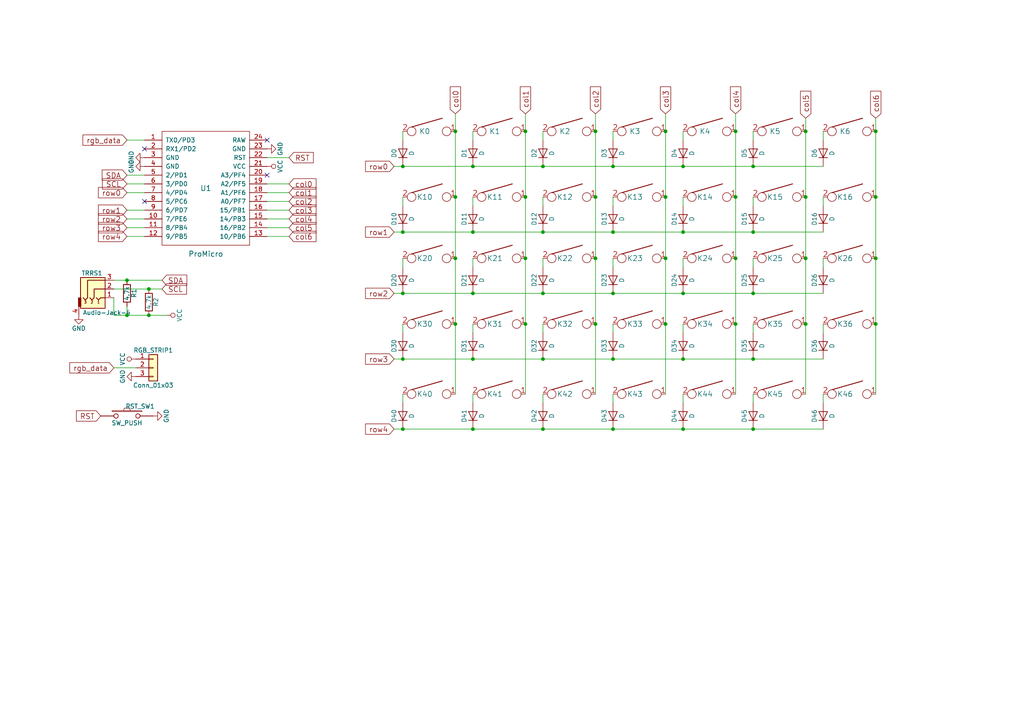
<source format=kicad_sch>
(kicad_sch (version 20211123) (generator eeschema)
  (paper "A4")
  (title_block (title "Redox keyboard") (date "2018-05-05") (rev "1.0") (comment 1 "designed by Mattia Dal Ben") (comment 2 "https://github.com/mattdibi/redox-keyboard"))
  (lib_symbols
    (symbol "redox_rev1-rescue:Audio-Jack-4" (pin_names (offset 1.016))
      (property "Reference" "J" (at -1.27 2.032 0))
      (property "Value" "Audio-Jack-4" (at 3.048 -9.398 0))
      (symbol "Audio-Jack-4_0_0"
        (rectangle (start -4.572 -8.128) (end 2.54 0.762) (stroke (width 0.254)) (fill (type background)))
        (text "1" (at 0.635 -6.35 0) (effects (font (size 0.762 0.762))))
        (text "2" (at -1.27 -6.35 0) (effects (font (size 0.762 0.762))))
        (text "3" (at -3.175 -6.35 0) (effects (font (size 0.762 0.762))))
      )
      (symbol "Audio-Jack-4_0_1"
        (rectangle (start -4.445 -7.62) (end -5.207 -5.08) (fill (type outline)))
        (polyline (pts (xy 0 -5.08) (xy 0.635 -5.715) (xy 1.27 -5.08) (xy 2.54 -5.08)) (stroke (width 0.254)))
        (polyline (pts (xy -1.905 -5.08) (xy -1.27 -5.715) (xy -0.635 -5.08) (xy -0.635 -2.54) (xy 2.54 -2.54)) (stroke (width 0.254)))
        (polyline (pts (xy 2.54 0) (xy -2.54 0) (xy -2.54 -5.08) (xy -3.175 -5.715) (xy -3.81 -5.08)) (stroke (width 0.254)))
      )
      (symbol "Audio-Jack-4_1_1"
        (pin passive line (at 5.08 -5.08 180) (length 2.54) (name "~") (number "1"))
        (pin passive line (at 5.08 -2.54 180) (length 2.54) (name "~") (number "2"))
        (pin passive line (at 5.08 0 180) (length 2.54) (name "~") (number "3"))
        (pin passive line (at -5.08 -10.16 90) (length 2.54) (name "~") (number "4"))
      )
    )
    (symbol "redox_rev1-rescue:Conn_01x03" (pin_names (offset 1.016) hide)
      (property "Reference" "J" (at 0 5.08 0))
      (property "Value" "Conn_01x03" (at 0 -5.08 0))
      (symbol "Conn_01x03_1_1"
        (rectangle (start -1.27 -2.413) (end 0 -2.667) (stroke (width 0.1524)))
        (rectangle (start -1.27 0.127) (end 0 -0.127) (stroke (width 0.1524)))
        (rectangle (start -1.27 2.667) (end 0 2.413) (stroke (width 0.1524)))
        (rectangle (start -1.27 3.81) (end 1.27 -3.81) (stroke (width 0.254)) (fill (type background)))
        (pin passive line (at -5.08 2.54 0) (length 3.81) (name "Pin_1") (number "1"))
        (pin passive line (at -5.08 0 0) (length 3.81) (name "Pin_2") (number "2"))
        (pin passive line (at -5.08 -2.54 0) (length 3.81) (name "Pin_3") (number "3"))
      )
    )
    (symbol "redox_rev1-rescue:D" (pin_numbers hide) (pin_names (offset 1.016) hide)
      (property "Reference" "D" (at 0 2.54 0))
      (property "Value" "D" (at 0 -2.54 0))
      (symbol "D_0_1"
        (polyline (pts (xy -1.27 1.27) (xy -1.27 -1.27)) (stroke (width 0.2032)))
        (polyline (pts (xy 1.27 0) (xy -1.27 0)))
        (polyline (pts (xy 1.27 1.27) (xy 1.27 -1.27) (xy -1.27 0) (xy 1.27 1.27)) (stroke (width 0.2032)))
      )
      (symbol "D_1_1"
        (pin passive line (at -3.81 0 0) (length 2.54) (name "K") (number "1"))
        (pin passive line (at 3.81 0 180) (length 2.54) (name "A") (number "2"))
      )
    )
    (symbol "redox_rev1-rescue:GND" (power) (pin_names (offset 0))
      (property "Value" "GND" (at 0 -3.81 0))
      (symbol "GND_0_1"
        (polyline (pts (xy 0 0) (xy 0 -1.27) (xy 1.27 -1.27) (xy 0 -2.54) (xy -1.27 -1.27) (xy 0 -1.27)))
      )
      (symbol "GND_1_1"
        (pin power_in line (at 0 0 270) (length 0) hide (name "GND") (number "1"))
      )
    )
    (symbol "redox_rev1-rescue:KEYSW" (pin_names (offset 1.016))
      (property "Reference" "K?" (at -1.27 0 0))
      (symbol "KEYSW_0_1"
        (circle (center -5.08 0) (radius 1.27))
        (polyline (pts (xy -5.08 1.27) (xy 3.81 3.81)) (stroke (width 0.254)))
        (circle (center 5.08 0) (radius 1.27))
      )
      (symbol "KEYSW_1_1"
        (pin passive line (at 7.62 0 180) (length 1.27) (name "~") (number "1"))
        (pin passive line (at -7.62 0 0) (length 1.27) (name "~") (number "2"))
      )
    )
    (symbol "redox_rev1-rescue:ProMicro" (pin_names (offset 1.016))
      (property "Reference" "U" (at 0 0 0))
      (property "Value" "ProMicro" (at 0 -19.05 0))
      (symbol "ProMicro_0_1"
        (rectangle (start -12.7 -16.51) (end 12.7 16.51))
      )
      (symbol "ProMicro_1_1"
        (pin input line (at -17.78 13.97 0) (length 5.08) (name "TX0/PD3") (number "1"))
        (pin input line (at -17.78 -8.89 0) (length 5.08) (name "7/PE6") (number "10"))
        (pin input line (at -17.78 -11.43 0) (length 5.08) (name "8/PB4") (number "11"))
        (pin input line (at -17.78 -13.97 0) (length 5.08) (name "9/PB5") (number "12"))
        (pin input line (at 17.78 -13.97 180) (length 5.08) (name "10/PB6") (number "13"))
        (pin input line (at 17.78 -11.43 180) (length 5.08) (name "16/PB2") (number "14"))
        (pin input line (at 17.78 -8.89 180) (length 5.08) (name "14/PB3") (number "15"))
        (pin input line (at 17.78 -6.35 180) (length 5.08) (name "15/PB1") (number "16"))
        (pin input line (at 17.78 -3.81 180) (length 5.08) (name "A0/PF7") (number "17"))
        (pin input line (at 17.78 -1.27 180) (length 5.08) (name "A1/PF6") (number "18"))
        (pin input line (at 17.78 1.27 180) (length 5.08) (name "A2/PF5") (number "19"))
        (pin input line (at -17.78 11.43 0) (length 5.08) (name "RX1/PD2") (number "2"))
        (pin input line (at 17.78 3.81 180) (length 5.08) (name "A3/PF4") (number "20"))
        (pin input line (at 17.78 6.35 180) (length 5.08) (name "VCC") (number "21"))
        (pin input line (at 17.78 8.89 180) (length 5.08) (name "RST") (number "22"))
        (pin input line (at 17.78 11.43 180) (length 5.08) (name "GND") (number "23"))
        (pin input line (at 17.78 13.97 180) (length 5.08) (name "RAW") (number "24"))
        (pin input line (at -17.78 8.89 0) (length 5.08) (name "GND") (number "3"))
        (pin input line (at -17.78 6.35 0) (length 5.08) (name "GND") (number "4"))
        (pin input line (at -17.78 3.81 0) (length 5.08) (name "2/PD1") (number "5"))
        (pin input line (at -17.78 1.27 0) (length 5.08) (name "3/PD0") (number "6"))
        (pin input line (at -17.78 -1.27 0) (length 5.08) (name "4/PD4") (number "7"))
        (pin input line (at -17.78 -3.81 0) (length 5.08) (name "5/PC6") (number "8"))
        (pin input line (at -17.78 -6.35 0) (length 5.08) (name "6/PD7") (number "9"))
      )
    )
    (symbol "redox_rev1-rescue:R" (pin_numbers hide) (pin_names (offset 0))
      (property "Reference" "R" (at 2.032 0 90))
      (property "Value" "R" (at 0 0 90))
      (symbol "R_0_1"
        (rectangle (start -1.016 -2.54) (end 1.016 2.54) (stroke (width 0.254)))
      )
      (symbol "R_1_1"
        (pin passive line (at 0 3.81 270) (length 1.27) (name "~") (number "1"))
        (pin passive line (at 0 -3.81 90) (length 1.27) (name "~") (number "2"))
      )
    )
    (symbol "redox_rev1-rescue:SW_PUSH" (pin_numbers hide) (pin_names (offset 1.016) hide)
      (property "Reference" "SW" (at 3.81 2.794 0))
      (property "Value" "SW_PUSH" (at 0 -2.032 0))
      (symbol "SW_PUSH_0_1"
        (rectangle (start -4.318 1.27) (end 4.318 1.524))
        (polyline (pts (xy -1.016 1.524) (xy -0.762 2.286) (xy 0.762 2.286) (xy 1.016 1.524)))
        (pin passive inverted (at -7.62 0 0) (length 5.08) (name "1") (number "1"))
        (pin passive inverted (at 7.62 0 180) (length 5.08) (name "2") (number "2"))
      )
    )
    (symbol "redox_rev1-rescue:VCC" (power) (pin_names (offset 0))
      (property "Value" "VCC" (at 0 3.81 0))
      (symbol "VCC_0_1"
        (polyline (pts (xy 0 0) (xy 0 1.27)))
        (circle (center 0 1.905) (radius 0.635))
      )
      (symbol "VCC_1_1"
        (pin power_in line (at 0 0 90) (length 0) hide (name "VCC") (number "1"))
      )
    )
  )
  (junction (at 213.36 74.93))
  (junction (at 137.16 67.31))
  (junction (at 157.48 104.14))
  (junction (at 137.16 104.14))
  (junction (at 137.16 48.26))
  (junction (at 213.36 93.98))
  (junction (at 198.12 48.26))
  (junction (at 213.36 38.1))
  (junction (at 254 38.1))
  (junction (at 137.16 85.09))
  (junction (at 193.04 74.93))
  (junction (at 43.18 91.44))
  (junction (at 157.48 48.26))
  (junction (at 152.4 38.1))
  (junction (at 198.12 85.09))
  (junction (at 233.68 38.1))
  (junction (at 193.04 93.98))
  (junction (at 157.48 124.46))
  (junction (at 198.12 124.46))
  (junction (at 137.16 124.46))
  (junction (at 116.84 104.14))
  (junction (at 254 93.98))
  (junction (at 198.12 67.31))
  (junction (at 177.8 85.09))
  (junction (at 177.8 67.31))
  (junction (at 172.72 57.15))
  (junction (at 157.48 85.09))
  (junction (at 233.68 93.98))
  (junction (at 254 57.15))
  (junction (at 198.12 104.14))
  (junction (at 43.18 83.82))
  (junction (at 116.84 48.26))
  (junction (at 152.4 57.15))
  (junction (at 172.72 74.93))
  (junction (at 132.08 93.98))
  (junction (at 157.48 67.31))
  (junction (at 132.08 38.1))
  (junction (at 254 74.93))
  (junction (at 116.84 85.09))
  (junction (at 177.8 48.26))
  (junction (at 193.04 57.15))
  (junction (at 132.08 57.15))
  (junction (at 213.36 57.15))
  (junction (at 177.8 124.46))
  (junction (at 218.44 85.09))
  (junction (at 193.04 38.1))
  (junction (at 132.08 74.93))
  (junction (at 218.44 67.31))
  (junction (at 218.44 124.46))
  (junction (at 172.72 93.98))
  (junction (at 172.72 38.1))
  (junction (at 177.8 104.14))
  (junction (at 233.68 57.15))
  (junction (at 233.68 74.93))
  (junction (at 218.44 104.14))
  (junction (at 116.84 124.46))
  (junction (at 36.83 91.44))
  (junction (at 152.4 74.93))
  (junction (at 116.84 67.31))
  (junction (at 36.83 81.28))
  (junction (at 152.4 93.98))
  (junction (at 218.44 48.26))
  (no_connect (at 41.91 58.42))
  (no_connect (at 77.47 50.8))
  (no_connect (at 41.91 43.18))
  (no_connect (at 77.47 40.64))
  (wire (pts (xy 172.72 57.15) (xy 172.72 74.93)))
  (wire (pts (xy 238.76 38.1) (xy 238.76 40.64)))
  (wire (pts (xy 233.68 57.15) (xy 233.68 74.93)))
  (wire (pts (xy 157.48 114.3) (xy 157.48 116.84)))
  (wire (pts (xy 218.44 67.31) (xy 238.76 67.31)))
  (wire (pts (xy 137.16 114.3) (xy 137.16 116.84)))
  (wire (pts (xy 177.8 85.09) (xy 198.12 85.09)))
  (wire (pts (xy 254 93.98) (xy 254 114.3)))
  (wire (pts (xy 132.08 93.98) (xy 132.08 114.3)))
  (wire (pts (xy 33.02 106.68) (xy 39.37 106.68)))
  (wire (pts (xy 132.08 33.02) (xy 132.08 38.1)))
  (wire (pts (xy 157.48 48.26) (xy 177.8 48.26)))
  (wire (pts (xy 36.83 50.8) (xy 41.91 50.8)))
  (wire (pts (xy 36.83 81.28) (xy 46.99 81.28)))
  (wire (pts (xy 177.8 114.3) (xy 177.8 116.84)))
  (wire (pts (xy 172.72 33.02) (xy 172.72 38.1)))
  (wire (pts (xy 177.8 57.15) (xy 177.8 59.69)))
  (wire (pts (xy 77.47 45.72) (xy 83.82 45.72)))
  (wire (pts (xy 172.72 93.98) (xy 172.72 114.3)))
  (wire (pts (xy 132.08 74.93) (xy 132.08 93.98)))
  (wire (pts (xy 218.44 38.1) (xy 218.44 40.64)))
  (wire (pts (xy 132.08 38.1) (xy 132.08 57.15)))
  (wire (pts (xy 114.3 48.26) (xy 116.84 48.26)))
  (wire (pts (xy 198.12 57.15) (xy 198.12 59.69)))
  (wire (pts (xy 177.8 38.1) (xy 177.8 40.64)))
  (wire (pts (xy 218.44 104.14) (xy 238.76 104.14)))
  (wire (pts (xy 172.72 74.93) (xy 172.72 93.98)))
  (wire (pts (xy 177.8 74.93) (xy 177.8 77.47)))
  (wire (pts (xy 116.84 124.46) (xy 137.16 124.46)))
  (wire (pts (xy 36.83 40.64) (xy 41.91 40.64)))
  (wire (pts (xy 218.44 57.15) (xy 218.44 59.69)))
  (wire (pts (xy 137.16 85.09) (xy 157.48 85.09)))
  (wire (pts (xy 36.83 55.88) (xy 41.91 55.88)))
  (wire (pts (xy 77.47 53.34) (xy 83.82 53.34)))
  (wire (pts (xy 198.12 38.1) (xy 198.12 40.64)))
  (wire (pts (xy 218.44 85.09) (xy 238.76 85.09)))
  (wire (pts (xy 114.3 104.14) (xy 116.84 104.14)))
  (wire (pts (xy 218.44 114.3) (xy 218.44 116.84)))
  (wire (pts (xy 198.12 67.31) (xy 218.44 67.31)))
  (wire (pts (xy 198.12 104.14) (xy 218.44 104.14)))
  (wire (pts (xy 157.48 104.14) (xy 177.8 104.14)))
  (wire (pts (xy 36.83 60.96) (xy 41.91 60.96)))
  (wire (pts (xy 114.3 67.31) (xy 116.84 67.31)))
  (wire (pts (xy 218.44 93.98) (xy 218.44 96.52)))
  (wire (pts (xy 137.16 67.31) (xy 157.48 67.31)))
  (wire (pts (xy 33.02 91.44) (xy 36.83 91.44)))
  (wire (pts (xy 137.16 57.15) (xy 137.16 59.69)))
  (wire (pts (xy 233.68 93.98) (xy 233.68 114.3)))
  (wire (pts (xy 193.04 38.1) (xy 193.04 57.15)))
  (wire (pts (xy 233.68 74.93) (xy 233.68 93.98)))
  (wire (pts (xy 233.68 38.1) (xy 233.68 57.15)))
  (wire (pts (xy 152.4 57.15) (xy 152.4 74.93)))
  (wire (pts (xy 137.16 74.93) (xy 137.16 77.47)))
  (wire (pts (xy 254 38.1) (xy 254 57.15)))
  (wire (pts (xy 157.48 38.1) (xy 157.48 40.64)))
  (wire (pts (xy 157.48 57.15) (xy 157.48 59.69)))
  (wire (pts (xy 36.83 66.04) (xy 41.91 66.04)))
  (wire (pts (xy 152.4 74.93) (xy 152.4 93.98)))
  (wire (pts (xy 77.47 60.96) (xy 83.82 60.96)))
  (wire (pts (xy 116.84 48.26) (xy 137.16 48.26)))
  (wire (pts (xy 157.48 124.46) (xy 177.8 124.46)))
  (wire (pts (xy 33.02 86.36) (xy 33.02 91.44)))
  (wire (pts (xy 157.48 93.98) (xy 157.48 96.52)))
  (wire (pts (xy 33.02 83.82) (xy 43.18 83.82)))
  (wire (pts (xy 36.83 88.9) (xy 36.83 91.44)))
  (wire (pts (xy 193.04 57.15) (xy 193.04 74.93)))
  (wire (pts (xy 77.47 68.58) (xy 83.82 68.58)))
  (wire (pts (xy 36.83 68.58) (xy 41.91 68.58)))
  (wire (pts (xy 177.8 124.46) (xy 198.12 124.46)))
  (wire (pts (xy 43.18 91.44) (xy 48.26 91.44)))
  (wire (pts (xy 177.8 67.31) (xy 198.12 67.31)))
  (wire (pts (xy 36.83 91.44) (xy 43.18 91.44)))
  (wire (pts (xy 137.16 104.14) (xy 157.48 104.14)))
  (wire (pts (xy 137.16 38.1) (xy 137.16 40.64)))
  (wire (pts (xy 116.84 38.1) (xy 116.84 40.64)))
  (wire (pts (xy 238.76 74.93) (xy 238.76 77.47)))
  (wire (pts (xy 238.76 57.15) (xy 238.76 59.69)))
  (wire (pts (xy 152.4 38.1) (xy 152.4 57.15)))
  (wire (pts (xy 114.3 124.46) (xy 116.84 124.46)))
  (wire (pts (xy 193.04 74.93) (xy 193.04 93.98)))
  (wire (pts (xy 116.84 93.98) (xy 116.84 96.52)))
  (wire (pts (xy 218.44 74.93) (xy 218.44 77.47)))
  (wire (pts (xy 172.72 38.1) (xy 172.72 57.15)))
  (wire (pts (xy 177.8 93.98) (xy 177.8 96.52)))
  (wire (pts (xy 116.84 85.09) (xy 137.16 85.09)))
  (wire (pts (xy 254 34.29) (xy 254 38.1)))
  (wire (pts (xy 198.12 48.26) (xy 218.44 48.26)))
  (wire (pts (xy 213.36 57.15) (xy 213.36 74.93)))
  (wire (pts (xy 177.8 104.14) (xy 198.12 104.14)))
  (wire (pts (xy 152.4 33.02) (xy 152.4 38.1)))
  (wire (pts (xy 254 74.93) (xy 254 93.98)))
  (wire (pts (xy 114.3 85.09) (xy 116.84 85.09)))
  (wire (pts (xy 137.16 124.46) (xy 157.48 124.46)))
  (wire (pts (xy 157.48 74.93) (xy 157.48 77.47)))
  (wire (pts (xy 43.18 83.82) (xy 46.99 83.82)))
  (wire (pts (xy 36.83 53.34) (xy 41.91 53.34)))
  (wire (pts (xy 238.76 114.3) (xy 238.76 116.84)))
  (wire (pts (xy 33.02 81.28) (xy 36.83 81.28)))
  (wire (pts (xy 213.36 38.1) (xy 213.36 57.15)))
  (wire (pts (xy 254 57.15) (xy 254 74.93)))
  (wire (pts (xy 238.76 93.98) (xy 238.76 96.52)))
  (wire (pts (xy 77.47 55.88) (xy 83.82 55.88)))
  (wire (pts (xy 218.44 48.26) (xy 238.76 48.26)))
  (wire (pts (xy 213.36 33.02) (xy 213.36 38.1)))
  (wire (pts (xy 157.48 67.31) (xy 177.8 67.31)))
  (wire (pts (xy 198.12 74.93) (xy 198.12 77.47)))
  (wire (pts (xy 157.48 85.09) (xy 177.8 85.09)))
  (wire (pts (xy 116.84 104.14) (xy 137.16 104.14)))
  (wire (pts (xy 116.84 114.3) (xy 116.84 116.84)))
  (wire (pts (xy 137.16 48.26) (xy 157.48 48.26)))
  (wire (pts (xy 233.68 34.29) (xy 233.68 38.1)))
  (wire (pts (xy 132.08 57.15) (xy 132.08 74.93)))
  (wire (pts (xy 198.12 114.3) (xy 198.12 116.84)))
  (wire (pts (xy 116.84 57.15) (xy 116.84 59.69)))
  (wire (pts (xy 116.84 67.31) (xy 137.16 67.31)))
  (wire (pts (xy 198.12 124.46) (xy 218.44 124.46)))
  (wire (pts (xy 77.47 66.04) (xy 83.82 66.04)))
  (wire (pts (xy 198.12 93.98) (xy 198.12 96.52)))
  (wire (pts (xy 77.47 63.5) (xy 83.82 63.5)))
  (wire (pts (xy 213.36 74.93) (xy 213.36 93.98)))
  (wire (pts (xy 36.83 63.5) (xy 41.91 63.5)))
  (wire (pts (xy 137.16 93.98) (xy 137.16 96.52)))
  (wire (pts (xy 77.47 58.42) (xy 83.82 58.42)))
  (wire (pts (xy 116.84 74.93) (xy 116.84 77.47)))
  (wire (pts (xy 193.04 93.98) (xy 193.04 114.3)))
  (wire (pts (xy 213.36 93.98) (xy 213.36 114.3)))
  (wire (pts (xy 198.12 85.09) (xy 218.44 85.09)))
  (wire (pts (xy 177.8 48.26) (xy 198.12 48.26)))
  (wire (pts (xy 193.04 33.02) (xy 193.04 38.1)))
  (wire (pts (xy 152.4 93.98) (xy 152.4 114.3)))
  (wire (pts (xy 218.44 124.46) (xy 238.76 124.46)))
  (global_label "row0" (shape input) (at 114.3 48.26 180) (effects (font (size 1.524 1.524))) (property "Intersheet References" "${INTERSHEET_REFS}" (effects hide)))
  (global_label "rgb_data" (shape input) (at 36.83 40.64 180) (effects (font (size 1.524 1.524))) (property "Intersheet References" "${INTERSHEET_REFS}" (effects hide)))
  (global_label "col2" (shape input) (at 83.82 58.42 0) (effects (font (size 1.524 1.524))) (property "Intersheet References" "${INTERSHEET_REFS}" (effects hide)))
  (global_label "row1" (shape input) (at 114.3 67.31 180) (effects (font (size 1.524 1.524))) (property "Intersheet References" "${INTERSHEET_REFS}" (effects hide)))
  (global_label "SDA" (shape input) (at 36.83 50.8 180) (effects (font (size 1.524 1.524))) (property "Intersheet References" "${INTERSHEET_REFS}" (effects hide)))
  (global_label "col1" (shape input) (at 152.4 33.02 90) (effects (font (size 1.524 1.524))) (property "Intersheet References" "${INTERSHEET_REFS}" (effects hide)))
  (global_label "SCL" (shape input) (at 36.83 53.34 180) (effects (font (size 1.524 1.524))) (property "Intersheet References" "${INTERSHEET_REFS}" (effects hide)))
  (global_label "row4" (shape input) (at 36.83 68.58 180) (effects (font (size 1.524 1.524))) (property "Intersheet References" "${INTERSHEET_REFS}" (effects hide)))
  (global_label "row1" (shape input) (at 36.83 60.96 180) (effects (font (size 1.524 1.524))) (property "Intersheet References" "${INTERSHEET_REFS}" (effects hide)))
  (global_label "row4" (shape input) (at 114.3 124.46 180) (effects (font (size 1.524 1.524))) (property "Intersheet References" "${INTERSHEET_REFS}" (effects hide)))
  (global_label "col5" (shape input) (at 83.82 66.04 0) (effects (font (size 1.524 1.524))) (property "Intersheet References" "${INTERSHEET_REFS}" (effects hide)))
  (global_label "SCL" (shape input) (at 46.99 83.82 0) (effects (font (size 1.524 1.524))) (property "Intersheet References" "${INTERSHEET_REFS}" (effects hide)))
  (global_label "col3" (shape input) (at 83.82 60.96 0) (effects (font (size 1.524 1.524))) (property "Intersheet References" "${INTERSHEET_REFS}" (effects hide)))
  (global_label "row0" (shape input) (at 36.83 55.88 180) (effects (font (size 1.524 1.524))) (property "Intersheet References" "${INTERSHEET_REFS}" (effects hide)))
  (global_label "col4" (shape input) (at 213.36 33.02 90) (effects (font (size 1.524 1.524))) (property "Intersheet References" "${INTERSHEET_REFS}" (effects hide)))
  (global_label "row3" (shape input) (at 36.83 66.04 180) (effects (font (size 1.524 1.524))) (property "Intersheet References" "${INTERSHEET_REFS}" (effects hide)))
  (global_label "col2" (shape input) (at 172.72 33.02 90) (effects (font (size 1.524 1.524))) (property "Intersheet References" "${INTERSHEET_REFS}" (effects hide)))
  (global_label "col0" (shape input) (at 132.08 33.02 90) (effects (font (size 1.524 1.524))) (property "Intersheet References" "${INTERSHEET_REFS}" (effects hide)))
  (global_label "rgb_data" (shape input) (at 33.02 106.68 180) (effects (font (size 1.524 1.524))) (property "Intersheet References" "${INTERSHEET_REFS}" (effects hide)))
  (global_label "col3" (shape input) (at 193.04 33.02 90) (effects (font (size 1.524 1.524))) (property "Intersheet References" "${INTERSHEET_REFS}" (effects hide)))
  (global_label "row2" (shape input) (at 114.3 85.09 180) (effects (font (size 1.524 1.524))) (property "Intersheet References" "${INTERSHEET_REFS}" (effects hide)))
  (global_label "col1" (shape input) (at 83.82 55.88 0) (effects (font (size 1.524 1.524))) (property "Intersheet References" "${INTERSHEET_REFS}" (effects hide)))
  (global_label "row3" (shape input) (at 114.3 104.14 180) (effects (font (size 1.524 1.524))) (property "Intersheet References" "${INTERSHEET_REFS}" (effects hide)))
  (global_label "col0" (shape input) (at 83.82 53.34 0) (effects (font (size 1.524 1.524))) (property "Intersheet References" "${INTERSHEET_REFS}" (effects hide)))
  (global_label "col6" (shape input) (at 254 34.29 90) (effects (font (size 1.524 1.524))) (property "Intersheet References" "${INTERSHEET_REFS}" (effects hide)))
  (global_label "col6" (shape input) (at 83.82 68.58 0) (effects (font (size 1.524 1.524))) (property "Intersheet References" "${INTERSHEET_REFS}" (effects hide)))
  (global_label "RST" (shape input) (at 83.82 45.72 0) (effects (font (size 1.524 1.524))) (property "Intersheet References" "${INTERSHEET_REFS}" (effects hide)))
  (global_label "row2" (shape input) (at 36.83 63.5 180) (effects (font (size 1.524 1.524))) (property "Intersheet References" "${INTERSHEET_REFS}" (effects hide)))
  (global_label "col4" (shape input) (at 83.82 63.5 0) (effects (font (size 1.524 1.524))) (property "Intersheet References" "${INTERSHEET_REFS}" (effects hide)))
  (global_label "col5" (shape input) (at 233.68 34.29 90) (effects (font (size 1.524 1.524))) (property "Intersheet References" "${INTERSHEET_REFS}" (effects hide)))
  (global_label "SDA" (shape input) (at 46.99 81.28 0) (effects (font (size 1.524 1.524))) (property "Intersheet References" "${INTERSHEET_REFS}" (effects hide)))
  (global_label "RST" (shape input) (at 29.21 120.65 180) (effects (font (size 1.524 1.524))) (property "Intersheet References" "${INTERSHEET_REFS}" (effects hide)))
  (symbol (lib_id "redox_rev1-rescue:ProMicro") (at 59.69 54.61 0) (unit 1)
    (property "Reference" "U1" (at 59.69 54.61 0) (effects (font (size 1.524 1.524))))
    (property "Value" "ProMicro" (at 59.69 73.66 0) (effects (font (size 1.524 1.524))))
    (property "Footprint" "Keebio-Parts:ArduinoProMicro" (effects hide))
  )
  (symbol (lib_id "redox_rev1-rescue:Audio-Jack-4") (at 27.94 81.28 0) (unit 1)
    (property "Reference" "TRRS1" (at 26.67 79.248 0))
    (property "Value" "Audio-Jack-4" (at 30.988 90.678 0))
    (property "Footprint" "Keebio-Parts:TRRS-PJ-320A-dual" (effects hide))
  )
  (symbol (lib_id "redox_rev1-rescue:Conn_01x03") (at 44.45 106.68 0) (unit 1)
    (property "Reference" "RGB_STRIP1" (at 44.45 101.6 0))
    (property "Value" "Conn_01x03" (at 44.45 111.76 0))
    (property "Footprint" "Pin_Headers:Pin_Header_Straight_1x03_Pitch2.54mm" (effects hide))
  )
  (symbol (lib_id "redox_rev1-rescue:SW_PUSH") (at 36.83 120.65 0) (unit 1)
    (property "Reference" "RST_SW1" (at 40.64 117.856 0))
    (property "Value" "SW_PUSH" (at 36.83 122.682 0))
    (property "Footprint" "Buttons_Switches_ThroughHole:SW_PUSH_6mm_h4.3mm" (effects hide))
  )
  (symbol (lib_id "redox_rev1-rescue:GND") (at 77.47 43.18 90) (unit 1)
    (property "Reference" "#PWR01" (effects hide))
    (property "Value" "GND" (at 81.28 43.18 0))
  )
  (symbol (lib_id "redox_rev1-rescue:VCC") (at 77.47 48.26 270) (unit 1)
    (property "Reference" "#PWR02" (effects hide))
    (property "Value" "VCC" (at 81.28 48.26 0))
  )
  (symbol (lib_id "redox_rev1-rescue:KEYSW") (at 124.46 38.1 0) (unit 1)
    (property "Reference" "K0" (at 123.19 38.1 0) (effects (font (size 1.524 1.524))))
    (property "Value" "KEYSW" (effects hide))
    (property "Footprint" "Keebio-Parts:Hybrid_PCB_100H_Dual_hole-nosilk" (effects hide))
  )
  (symbol (lib_id "redox_rev1-rescue:D") (at 116.84 44.45 90) (unit 1)
    (property "Reference" "D0" (at 114.3 44.45 0))
    (property "Value" "D" (at 119.38 44.45 0))
    (property "Footprint" "Keebio-Parts:Diode-dual" (effects hide))
  )
  (symbol (lib_id "redox_rev1-rescue:GND") (at 22.86 91.44 0) (unit 1)
    (property "Reference" "#PWR03" (effects hide))
    (property "Value" "GND" (at 22.86 95.25 0))
  )
  (symbol (lib_id "redox_rev1-rescue:GND") (at 39.37 109.22 270) (unit 1)
    (property "Reference" "#PWR04" (effects hide))
    (property "Value" "GND" (at 35.56 109.22 0))
  )
  (symbol (lib_id "redox_rev1-rescue:VCC") (at 39.37 104.14 90) (unit 1)
    (property "Reference" "#PWR05" (effects hide))
    (property "Value" "VCC" (at 35.56 104.14 0))
  )
  (symbol (lib_id "redox_rev1-rescue:GND") (at 44.45 120.65 90) (unit 1)
    (property "Reference" "#PWR06" (effects hide))
    (property "Value" "GND" (at 48.26 120.65 0))
  )
  (symbol (lib_id "redox_rev1-rescue:KEYSW") (at 144.78 38.1 0) (unit 1)
    (property "Reference" "K1" (at 143.51 38.1 0) (effects (font (size 1.524 1.524))))
    (property "Value" "KEYSW" (effects hide))
    (property "Footprint" "Keebio-Parts:Hybrid_PCB_100H_Dual_hole-nosilk" (effects hide))
  )
  (symbol (lib_id "redox_rev1-rescue:D") (at 137.16 44.45 90) (unit 1)
    (property "Reference" "D1" (at 134.62 44.45 0))
    (property "Value" "D" (at 139.7 44.45 0))
    (property "Footprint" "Keebio-Parts:Diode-dual" (effects hide))
  )
  (symbol (lib_id "redox_rev1-rescue:GND") (at 41.91 45.72 270) (unit 1)
    (property "Reference" "#PWR07" (effects hide))
    (property "Value" "GND" (at 38.1 45.72 0))
  )
  (symbol (lib_id "redox_rev1-rescue:GND") (at 41.91 48.26 270) (unit 1)
    (property "Reference" "#PWR08" (effects hide))
    (property "Value" "GND" (at 38.1 48.26 0))
  )
  (symbol (lib_id "redox_rev1-rescue:KEYSW") (at 165.1 38.1 0) (unit 1)
    (property "Reference" "K2" (at 163.83 38.1 0) (effects (font (size 1.524 1.524))))
    (property "Value" "KEYSW" (effects hide))
    (property "Footprint" "Keebio-Parts:Hybrid_PCB_100H_Dual_hole-nosilk" (effects hide))
  )
  (symbol (lib_id "redox_rev1-rescue:D") (at 157.48 44.45 90) (unit 1)
    (property "Reference" "D2" (at 154.94 44.45 0))
    (property "Value" "D" (at 160.02 44.45 0))
    (property "Footprint" "Keebio-Parts:Diode-dual" (effects hide))
  )
  (symbol (lib_id "redox_rev1-rescue:KEYSW") (at 185.42 38.1 0) (unit 1)
    (property "Reference" "K3" (at 184.15 38.1 0) (effects (font (size 1.524 1.524))))
    (property "Value" "KEYSW" (effects hide))
    (property "Footprint" "Keebio-Parts:Hybrid_PCB_100H_Dual_hole-nosilk" (effects hide))
  )
  (symbol (lib_id "redox_rev1-rescue:D") (at 177.8 44.45 90) (unit 1)
    (property "Reference" "D3" (at 175.26 44.45 0))
    (property "Value" "D" (at 180.34 44.45 0))
    (property "Footprint" "Keebio-Parts:Diode-dual" (effects hide))
  )
  (symbol (lib_id "redox_rev1-rescue:KEYSW") (at 205.74 38.1 0) (unit 1)
    (property "Reference" "K4" (at 204.47 38.1 0) (effects (font (size 1.524 1.524))))
    (property "Value" "KEYSW" (effects hide))
    (property "Footprint" "Keebio-Parts:Hybrid_PCB_100H_Dual_hole-nosilk" (effects hide))
  )
  (symbol (lib_id "redox_rev1-rescue:D") (at 198.12 44.45 90) (unit 1)
    (property "Reference" "D4" (at 195.58 44.45 0))
    (property "Value" "D" (at 200.66 44.45 0))
    (property "Footprint" "Keebio-Parts:Diode-dual" (effects hide))
  )
  (symbol (lib_id "redox_rev1-rescue:KEYSW") (at 226.06 38.1 0) (unit 1)
    (property "Reference" "K5" (at 224.79 38.1 0) (effects (font (size 1.524 1.524))))
    (property "Value" "KEYSW" (effects hide))
    (property "Footprint" "Keebio-Parts:Hybrid_PCB_100H_Dual_hole-nosilk" (effects hide))
  )
  (symbol (lib_id "redox_rev1-rescue:D") (at 218.44 44.45 90) (unit 1)
    (property "Reference" "D5" (at 215.9 44.45 0))
    (property "Value" "D" (at 220.98 44.45 0))
    (property "Footprint" "Keebio-Parts:Diode-dual" (effects hide))
  )
  (symbol (lib_id "redox_rev1-rescue:KEYSW") (at 246.38 38.1 0) (unit 1)
    (property "Reference" "K6" (at 245.11 38.1 0) (effects (font (size 1.524 1.524))))
    (property "Value" "KEYSW" (effects hide))
    (property "Footprint" "Keebio-Parts:Hybrid_PCB_100H_Dual_hole-nosilk" (effects hide))
  )
  (symbol (lib_id "redox_rev1-rescue:D") (at 238.76 44.45 90) (unit 1)
    (property "Reference" "D6" (at 236.22 44.45 0))
    (property "Value" "D" (at 241.3 44.45 0))
    (property "Footprint" "Keebio-Parts:Diode-dual" (effects hide))
  )
  (symbol (lib_id "redox_rev1-rescue:KEYSW") (at 124.46 57.15 0) (unit 1)
    (property "Reference" "K10" (at 123.19 57.15 0) (effects (font (size 1.524 1.524))))
    (property "Value" "KEYSW" (effects hide))
    (property "Footprint" "Keebio-Parts:Hybrid_PCB_100H_Dual_hole-nosilk" (effects hide))
  )
  (symbol (lib_id "redox_rev1-rescue:D") (at 116.84 63.5 90) (unit 1)
    (property "Reference" "D10" (at 114.3 63.5 0))
    (property "Value" "D" (at 119.38 63.5 0))
    (property "Footprint" "Keebio-Parts:Diode-dual" (effects hide))
  )
  (symbol (lib_id "redox_rev1-rescue:KEYSW") (at 144.78 57.15 0) (unit 1)
    (property "Reference" "K11" (at 143.51 57.15 0) (effects (font (size 1.524 1.524))))
    (property "Value" "KEYSW" (effects hide))
    (property "Footprint" "Keebio-Parts:Hybrid_PCB_100H_Dual_hole-nosilk" (effects hide))
  )
  (symbol (lib_id "redox_rev1-rescue:D") (at 137.16 63.5 90) (unit 1)
    (property "Reference" "D11" (at 134.62 63.5 0))
    (property "Value" "D" (at 139.7 63.5 0))
    (property "Footprint" "Keebio-Parts:Diode-dual" (effects hide))
  )
  (symbol (lib_id "redox_rev1-rescue:KEYSW") (at 165.1 57.15 0) (unit 1)
    (property "Reference" "K12" (at 163.83 57.15 0) (effects (font (size 1.524 1.524))))
    (property "Value" "KEYSW" (effects hide))
    (property "Footprint" "Keebio-Parts:Hybrid_PCB_100H_Dual_hole-nosilk" (effects hide))
  )
  (symbol (lib_id "redox_rev1-rescue:D") (at 157.48 63.5 90) (unit 1)
    (property "Reference" "D12" (at 154.94 63.5 0))
    (property "Value" "D" (at 160.02 63.5 0))
    (property "Footprint" "Keebio-Parts:Diode-dual" (effects hide))
  )
  (symbol (lib_id "redox_rev1-rescue:KEYSW") (at 185.42 57.15 0) (unit 1)
    (property "Reference" "K13" (at 184.15 57.15 0) (effects (font (size 1.524 1.524))))
    (property "Value" "KEYSW" (effects hide))
    (property "Footprint" "Keebio-Parts:Hybrid_PCB_100H_Dual_hole-nosilk" (effects hide))
  )
  (symbol (lib_id "redox_rev1-rescue:D") (at 177.8 63.5 90) (unit 1)
    (property "Reference" "D13" (at 175.26 63.5 0))
    (property "Value" "D" (at 180.34 63.5 0))
    (property "Footprint" "Keebio-Parts:Diode-dual" (effects hide))
  )
  (symbol (lib_id "redox_rev1-rescue:KEYSW") (at 205.74 57.15 0) (unit 1)
    (property "Reference" "K14" (at 204.47 57.15 0) (effects (font (size 1.524 1.524))))
    (property "Value" "KEYSW" (effects hide))
    (property "Footprint" "Keebio-Parts:Hybrid_PCB_100H_Dual_hole-nosilk" (effects hide))
  )
  (symbol (lib_id "redox_rev1-rescue:D") (at 198.12 63.5 90) (unit 1)
    (property "Reference" "D14" (at 195.58 63.5 0))
    (property "Value" "D" (at 200.66 63.5 0))
    (property "Footprint" "Keebio-Parts:Diode-dual" (effects hide))
  )
  (symbol (lib_id "redox_rev1-rescue:KEYSW") (at 226.06 57.15 0) (unit 1)
    (property "Reference" "K15" (at 224.79 57.15 0) (effects (font (size 1.524 1.524))))
    (property "Value" "KEYSW" (effects hide))
    (property "Footprint" "Keebio-Parts:Hybrid_PCB_100H_Dual_hole-nosilk" (effects hide))
  )
  (symbol (lib_id "redox_rev1-rescue:D") (at 218.44 63.5 90) (unit 1)
    (property "Reference" "D15" (at 215.9 63.5 0))
    (property "Value" "D" (at 220.98 63.5 0))
    (property "Footprint" "Keebio-Parts:Diode-dual" (effects hide))
  )
  (symbol (lib_id "redox_rev1-rescue:KEYSW") (at 246.38 57.15 0) (unit 1)
    (property "Reference" "K16" (at 245.11 57.15 0) (effects (font (size 1.524 1.524))))
    (property "Value" "KEYSW" (effects hide))
    (property "Footprint" "Keebio-Parts:Hybrid_PCB_100H_Dual_hole-nosilk" (effects hide))
  )
  (symbol (lib_id "redox_rev1-rescue:D") (at 238.76 63.5 90) (unit 1)
    (property "Reference" "D16" (at 236.22 63.5 0))
    (property "Value" "D" (at 241.3 63.5 0))
    (property "Footprint" "Keebio-Parts:Diode-dual" (effects hide))
  )
  (symbol (lib_id "redox_rev1-rescue:R") (at 36.83 85.09 0) (unit 1)
    (property "Reference" "R1" (at 38.862 85.09 90))
    (property "Value" "4.7k" (at 36.83 85.09 90))
    (property "Footprint" "Keebio-Parts:Resistor-Compact" (effects hide))
  )
  (symbol (lib_id "redox_rev1-rescue:R") (at 43.18 87.63 0) (unit 1)
    (property "Reference" "R2" (at 45.212 87.63 90))
    (property "Value" "4.7k" (at 43.18 87.63 90))
    (property "Footprint" "Keebio-Parts:Resistor-Compact" (effects hide))
  )
  (symbol (lib_id "redox_rev1-rescue:KEYSW") (at 124.46 74.93 0) (unit 1)
    (property "Reference" "K20" (at 123.19 74.93 0) (effects (font (size 1.524 1.524))))
    (property "Value" "KEYSW" (effects hide))
    (property "Footprint" "Keebio-Parts:Hybrid_PCB_100H_Dual_hole-nosilk" (effects hide))
  )
  (symbol (lib_id "redox_rev1-rescue:D") (at 116.84 81.28 90) (unit 1)
    (property "Reference" "D20" (at 114.3 81.28 0))
    (property "Value" "D" (at 119.38 81.28 0))
    (property "Footprint" "Keebio-Parts:Diode-dual" (effects hide))
  )
  (symbol (lib_id "redox_rev1-rescue:KEYSW") (at 144.78 74.93 0) (unit 1)
    (property "Reference" "K21" (at 143.51 74.93 0) (effects (font (size 1.524 1.524))))
    (property "Value" "KEYSW" (effects hide))
    (property "Footprint" "Keebio-Parts:Hybrid_PCB_100H_Dual_hole-nosilk" (effects hide))
  )
  (symbol (lib_id "redox_rev1-rescue:D") (at 137.16 81.28 90) (unit 1)
    (property "Reference" "D21" (at 134.62 81.28 0))
    (property "Value" "D" (at 139.7 81.28 0))
    (property "Footprint" "Keebio-Parts:Diode-dual" (effects hide))
  )
  (symbol (lib_id "redox_rev1-rescue:KEYSW") (at 165.1 74.93 0) (unit 1)
    (property "Reference" "K22" (at 163.83 74.93 0) (effects (font (size 1.524 1.524))))
    (property "Value" "KEYSW" (effects hide))
    (property "Footprint" "Keebio-Parts:Hybrid_PCB_100H_Dual_hole-nosilk" (effects hide))
  )
  (symbol (lib_id "redox_rev1-rescue:D") (at 157.48 81.28 90) (unit 1)
    (property "Reference" "D22" (at 154.94 81.28 0))
    (property "Value" "D" (at 160.02 81.28 0))
    (property "Footprint" "Keebio-Parts:Diode-dual" (effects hide))
  )
  (symbol (lib_id "redox_rev1-rescue:KEYSW") (at 185.42 74.93 0) (unit 1)
    (property "Reference" "K23" (at 184.15 74.93 0) (effects (font (size 1.524 1.524))))
    (property "Value" "KEYSW" (effects hide))
    (property "Footprint" "Keebio-Parts:Hybrid_PCB_100H_Dual_hole-nosilk" (effects hide))
  )
  (symbol (lib_id "redox_rev1-rescue:D") (at 177.8 81.28 90) (unit 1)
    (property "Reference" "D23" (at 175.26 81.28 0))
    (property "Value" "D" (at 180.34 81.28 0))
    (property "Footprint" "Keebio-Parts:Diode-dual" (effects hide))
  )
  (symbol (lib_id "redox_rev1-rescue:KEYSW") (at 205.74 74.93 0) (unit 1)
    (property "Reference" "K24" (at 204.47 74.93 0) (effects (font (size 1.524 1.524))))
    (property "Value" "KEYSW" (effects hide))
    (property "Footprint" "Keebio-Parts:Hybrid_PCB_100H_Dual_hole-nosilk" (effects hide))
  )
  (symbol (lib_id "redox_rev1-rescue:D") (at 198.12 81.28 90) (unit 1)
    (property "Reference" "D24" (at 195.58 81.28 0))
    (property "Value" "D" (at 200.66 81.28 0))
    (property "Footprint" "Keebio-Parts:Diode-dual" (effects hide))
  )
  (symbol (lib_id "redox_rev1-rescue:KEYSW") (at 226.06 74.93 0) (unit 1)
    (property "Reference" "K25" (at 224.79 74.93 0) (effects (font (size 1.524 1.524))))
    (property "Value" "KEYSW" (effects hide))
    (property "Footprint" "Keebio-Parts:Hybrid_PCB_100H_Dual_hole-nosilk" (effects hide))
  )
  (symbol (lib_id "redox_rev1-rescue:D") (at 218.44 81.28 90) (unit 1)
    (property "Reference" "D25" (at 215.9 81.28 0))
    (property "Value" "D" (at 220.98 81.28 0))
    (property "Footprint" "Keebio-Parts:Diode-dual" (effects hide))
  )
  (symbol (lib_id "redox_rev1-rescue:KEYSW") (at 246.38 74.93 0) (unit 1)
    (property "Reference" "K26" (at 245.11 74.93 0) (effects (font (size 1.524 1.524))))
    (property "Value" "KEYSW" (effects hide))
    (property "Footprint" "Keebio-Parts:Hybrid_PCB_100H_Dual_hole-nosilk" (effects hide))
  )
  (symbol (lib_id "redox_rev1-rescue:D") (at 238.76 81.28 90) (unit 1)
    (property "Reference" "D26" (at 236.22 81.28 0))
    (property "Value" "D" (at 241.3 81.28 0))
    (property "Footprint" "Keebio-Parts:Diode-dual" (effects hide))
  )
  (symbol (lib_id "redox_rev1-rescue:KEYSW") (at 124.46 93.98 0) (unit 1)
    (property "Reference" "K30" (at 123.19 93.98 0) (effects (font (size 1.524 1.524))))
    (property "Value" "KEYSW" (effects hide))
    (property "Footprint" "Keebio-Parts:Hybrid_PCB_100H_Dual_hole-nosilk" (effects hide))
  )
  (symbol (lib_id "redox_rev1-rescue:D") (at 116.84 100.33 90) (unit 1)
    (property "Reference" "D30" (at 114.3 100.33 0))
    (property "Value" "D" (at 119.38 100.33 0))
    (property "Footprint" "Keebio-Parts:Diode-dual" (effects hide))
  )
  (symbol (lib_id "redox_rev1-rescue:KEYSW") (at 144.78 93.98 0) (unit 1)
    (property "Reference" "K31" (at 143.51 93.98 0) (effects (font (size 1.524 1.524))))
    (property "Value" "KEYSW" (effects hide))
    (property "Footprint" "Keebio-Parts:Hybrid_PCB_100H_Dual_hole-nosilk" (effects hide))
  )
  (symbol (lib_id "redox_rev1-rescue:D") (at 137.16 100.33 90) (unit 1)
    (property "Reference" "D31" (at 134.62 100.33 0))
    (property "Value" "D" (at 139.7 100.33 0))
    (property "Footprint" "Keebio-Parts:Diode-dual" (effects hide))
  )
  (symbol (lib_id "redox_rev1-rescue:KEYSW") (at 165.1 93.98 0) (unit 1)
    (property "Reference" "K32" (at 163.83 93.98 0) (effects (font (size 1.524 1.524))))
    (property "Value" "KEYSW" (effects hide))
    (property "Footprint" "Keebio-Parts:Hybrid_PCB_100H_Dual_hole-nosilk" (effects hide))
  )
  (symbol (lib_id "redox_rev1-rescue:D") (at 157.48 100.33 90) (unit 1)
    (property "Reference" "D32" (at 154.94 100.33 0))
    (property "Value" "D" (at 160.02 100.33 0))
    (property "Footprint" "Keebio-Parts:Diode-dual" (effects hide))
  )
  (symbol (lib_id "redox_rev1-rescue:KEYSW") (at 185.42 93.98 0) (unit 1)
    (property "Reference" "K33" (at 184.15 93.98 0) (effects (font (size 1.524 1.524))))
    (property "Value" "KEYSW" (effects hide))
    (property "Footprint" "Keebio-Parts:Hybrid_PCB_100H_Dual_hole-nosilk" (effects hide))
  )
  (symbol (lib_id "redox_rev1-rescue:D") (at 177.8 100.33 90) (unit 1)
    (property "Reference" "D33" (at 175.26 100.33 0))
    (property "Value" "D" (at 180.34 100.33 0))
    (property "Footprint" "Keebio-Parts:Diode-dual" (effects hide))
  )
  (symbol (lib_id "redox_rev1-rescue:KEYSW") (at 205.74 93.98 0) (unit 1)
    (property "Reference" "K34" (at 204.47 93.98 0) (effects (font (size 1.524 1.524))))
    (property "Value" "KEYSW" (effects hide))
    (property "Footprint" "Keebio-Parts:Hybrid_PCB_100H_Dual_hole-nosilk" (effects hide))
  )
  (symbol (lib_id "redox_rev1-rescue:D") (at 198.12 100.33 90) (unit 1)
    (property "Reference" "D34" (at 195.58 100.33 0))
    (property "Value" "D" (at 200.66 100.33 0))
    (property "Footprint" "Keebio-Parts:Diode-dual" (effects hide))
  )
  (symbol (lib_id "redox_rev1-rescue:KEYSW") (at 226.06 93.98 0) (unit 1)
    (property "Reference" "K35" (at 224.79 93.98 0) (effects (font (size 1.524 1.524))))
    (property "Value" "KEYSW" (effects hide))
    (property "Footprint" "Keebio-Parts:Hybrid_PCB_100H_Dual_hole-nosilk" (effects hide))
  )
  (symbol (lib_id "redox_rev1-rescue:D") (at 218.44 100.33 90) (unit 1)
    (property "Reference" "D35" (at 215.9 100.33 0))
    (property "Value" "D" (at 220.98 100.33 0))
    (property "Footprint" "Keebio-Parts:Diode-dual" (effects hide))
  )
  (symbol (lib_id "redox_rev1-rescue:KEYSW") (at 246.38 93.98 0) (unit 1)
    (property "Reference" "K36" (at 245.11 93.98 0) (effects (font (size 1.524 1.524))))
    (property "Value" "KEYSW" (effects hide))
    (property "Footprint" "Keebio-Parts:Hybrid_PCB_100H_Dual_hole-nosilk" (effects hide))
  )
  (symbol (lib_id "redox_rev1-rescue:D") (at 238.76 100.33 90) (unit 1)
    (property "Reference" "D36" (at 236.22 100.33 0))
    (property "Value" "D" (at 241.3 100.33 0))
    (property "Footprint" "Keebio-Parts:Diode-dual" (effects hide))
  )
  (symbol (lib_id "redox_rev1-rescue:VCC") (at 48.26 91.44 270) (unit 1)
    (property "Reference" "#PWR09" (effects hide))
    (property "Value" "VCC" (at 52.07 91.44 0))
  )
  (symbol (lib_id "redox_rev1-rescue:KEYSW") (at 124.46 114.3 0) (unit 1)
    (property "Reference" "K40" (at 123.19 114.3 0) (effects (font (size 1.524 1.524))))
    (property "Value" "KEYSW" (effects hide))
    (property "Footprint" "Keebio-Parts:Hybrid_PCB_100H_Dual_hole-nosilk" (effects hide))
  )
  (symbol (lib_id "redox_rev1-rescue:D") (at 116.84 120.65 90) (unit 1)
    (property "Reference" "D40" (at 114.3 120.65 0))
    (property "Value" "D" (at 119.38 120.65 0))
    (property "Footprint" "Keebio-Parts:Diode-dual" (effects hide))
  )
  (symbol (lib_id "redox_rev1-rescue:KEYSW") (at 144.78 114.3 0) (unit 1)
    (property "Reference" "K41" (at 143.51 114.3 0) (effects (font (size 1.524 1.524))))
    (property "Value" "KEYSW" (effects hide))
    (property "Footprint" "Keebio-Parts:Hybrid_PCB_100H_Dual_hole-nosilk" (effects hide))
  )
  (symbol (lib_id "redox_rev1-rescue:D") (at 137.16 120.65 90) (unit 1)
    (property "Reference" "D41" (at 134.62 120.65 0))
    (property "Value" "D" (at 139.7 120.65 0))
    (property "Footprint" "Keebio-Parts:Diode-dual" (effects hide))
  )
  (symbol (lib_id "redox_rev1-rescue:KEYSW") (at 165.1 114.3 0) (unit 1)
    (property "Reference" "K42" (at 163.83 114.3 0) (effects (font (size 1.524 1.524))))
    (property "Value" "KEYSW" (effects hide))
    (property "Footprint" "Keebio-Parts:Hybrid_PCB_100H_Dual_hole-nosilk" (effects hide))
  )
  (symbol (lib_id "redox_rev1-rescue:D") (at 157.48 120.65 90) (unit 1)
    (property "Reference" "D42" (at 154.94 120.65 0))
    (property "Value" "D" (at 160.02 120.65 0))
    (property "Footprint" "Keebio-Parts:Diode-dual" (effects hide))
  )
  (symbol (lib_id "redox_rev1-rescue:KEYSW") (at 185.42 114.3 0) (unit 1)
    (property "Reference" "K43" (at 184.15 114.3 0) (effects (font (size 1.524 1.524))))
    (property "Value" "KEYSW" (effects hide))
    (property "Footprint" "Keebio-Parts:Hybrid_PCB_100H_Dual_hole-nosilk" (effects hide))
  )
  (symbol (lib_id "redox_rev1-rescue:D") (at 177.8 120.65 90) (unit 1)
    (property "Reference" "D43" (at 175.26 120.65 0))
    (property "Value" "D" (at 180.34 120.65 0))
    (property "Footprint" "Keebio-Parts:Diode-dual" (effects hide))
  )
  (symbol (lib_id "redox_rev1-rescue:KEYSW") (at 205.74 114.3 0) (unit 1)
    (property "Reference" "K44" (at 204.47 114.3 0) (effects (font (size 1.524 1.524))))
    (property "Value" "KEYSW" (effects hide))
    (property "Footprint" "Keebio-Parts:Hybrid_PCB_100H_Dual_hole-nosilk" (effects hide))
  )
  (symbol (lib_id "redox_rev1-rescue:D") (at 198.12 120.65 90) (unit 1)
    (property "Reference" "D44" (at 195.58 120.65 0))
    (property "Value" "D" (at 200.66 120.65 0))
    (property "Footprint" "Keebio-Parts:Diode-dual" (effects hide))
  )
  (symbol (lib_id "redox_rev1-rescue:KEYSW") (at 226.06 114.3 0) (unit 1)
    (property "Reference" "K45" (at 224.79 114.3 0) (effects (font (size 1.524 1.524))))
    (property "Value" "KEYSW" (effects hide))
    (property "Footprint" "Keebio-Parts:Hybrid_PCB_100H_Dual_hole-nosilk" (effects hide))
  )
  (symbol (lib_id "redox_rev1-rescue:D") (at 218.44 120.65 90) (unit 1)
    (property "Reference" "D45" (at 215.9 120.65 0))
    (property "Value" "D" (at 220.98 120.65 0))
    (property "Footprint" "Keebio-Parts:Diode-dual" (effects hide))
  )
  (symbol (lib_id "redox_rev1-rescue:KEYSW") (at 246.38 114.3 0) (unit 1)
    (property "Reference" "K46" (at 245.11 114.3 0) (effects (font (size 1.524 1.524))))
    (property "Value" "KEYSW" (effects hide))
    (property "Footprint" "Keebio-Parts:Hybrid_PCB_100H_Dual_hole-nosilk" (effects hide))
  )
  (symbol (lib_id "redox_rev1-rescue:D") (at 238.76 120.65 90) (unit 1)
    (property "Reference" "D46" (at 236.22 120.65 0))
    (property "Value" "D" (at 241.3 120.65 0))
    (property "Footprint" "Keebio-Parts:Diode-dual" (effects hide))
  )
)
</source>
